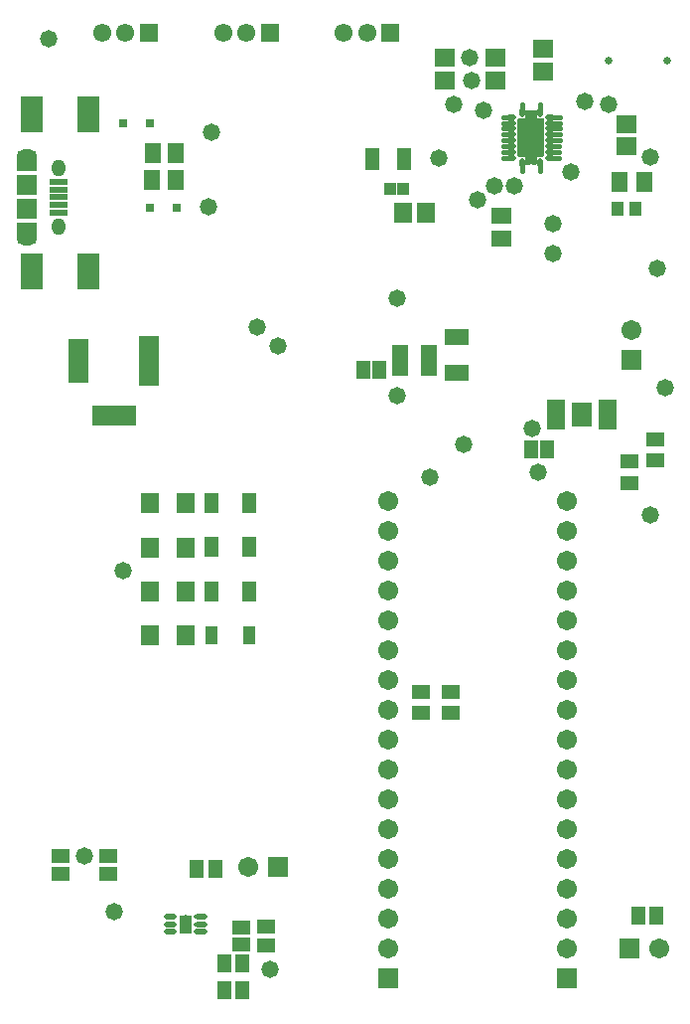
<source format=gts>
G04*
G04 #@! TF.GenerationSoftware,Altium Limited,Altium Designer,19.1.8 (144)*
G04*
G04 Layer_Color=8388736*
%FSTAX44Y44*%
%MOMM*%
G71*
G01*
G75*
%ADD27R,0.8000X0.8000*%
%ADD35R,1.0000X1.5000*%
G04:AMPARAMS|DCode=37|XSize=0.45mm|YSize=0.3mm|CornerRadius=0.0495mm|HoleSize=0mm|Usage=FLASHONLY|Rotation=0.000|XOffset=0mm|YOffset=0mm|HoleType=Round|Shape=RoundedRectangle|*
%AMROUNDEDRECTD37*
21,1,0.4500,0.2010,0,0,0.0*
21,1,0.3510,0.3000,0,0,0.0*
1,1,0.0990,0.1755,-0.1005*
1,1,0.0990,-0.1755,-0.1005*
1,1,0.0990,-0.1755,0.1005*
1,1,0.0990,0.1755,0.1005*
%
%ADD37ROUNDEDRECTD37*%
%ADD44R,1.8832X3.1532*%
%ADD45R,1.6032X1.7032*%
%ADD46R,1.5532X1.2032*%
%ADD47R,2.0032X1.4532*%
%ADD48R,1.7032X1.6032*%
%ADD49R,1.6532X1.4032*%
%ADD50R,1.5532X0.6032*%
%ADD51R,1.7532X1.7032*%
G04:AMPARAMS|DCode=52|XSize=0.4432mm|YSize=0.8032mm|CornerRadius=0.152mm|HoleSize=0mm|Usage=FLASHONLY|Rotation=270.000|XOffset=0mm|YOffset=0mm|HoleType=Round|Shape=RoundedRectangle|*
%AMROUNDEDRECTD52*
21,1,0.4432,0.4992,0,0,270.0*
21,1,0.1392,0.8032,0,0,270.0*
1,1,0.3040,-0.2496,-0.0696*
1,1,0.3040,-0.2496,0.0696*
1,1,0.3040,0.2496,0.0696*
1,1,0.3040,0.2496,-0.0696*
%
%ADD52ROUNDEDRECTD52*%
%ADD53R,1.3032X1.5532*%
%ADD54R,1.4032X0.6532*%
%ADD55R,1.4032X1.6532*%
G04:AMPARAMS|DCode=56|XSize=0.4432mm|YSize=0.8032mm|CornerRadius=0.152mm|HoleSize=0mm|Usage=FLASHONLY|Rotation=180.000|XOffset=0mm|YOffset=0mm|HoleType=Round|Shape=RoundedRectangle|*
%AMROUNDEDRECTD56*
21,1,0.4432,0.4992,0,0,180.0*
21,1,0.1392,0.8032,0,0,180.0*
1,1,0.3040,-0.0696,0.2496*
1,1,0.3040,0.0696,0.2496*
1,1,0.3040,0.0696,-0.2496*
1,1,0.3040,-0.0696,-0.2496*
%
%ADD56ROUNDEDRECTD56*%
G04:AMPARAMS|DCode=57|XSize=0.3mm|YSize=0.3mm|CornerRadius=0.0495mm|HoleSize=0mm|Usage=FLASHONLY|Rotation=270.000|XOffset=0mm|YOffset=0mm|HoleType=Round|Shape=RoundedRectangle|*
%AMROUNDEDRECTD57*
21,1,0.3000,0.2010,0,0,270.0*
21,1,0.2010,0.3000,0,0,270.0*
1,1,0.0990,-0.1005,-0.1005*
1,1,0.0990,-0.1005,0.1005*
1,1,0.0990,0.1005,0.1005*
1,1,0.0990,0.1005,-0.1005*
%
%ADD57ROUNDEDRECTD57*%
%ADD58R,1.0532X1.0532*%
%ADD59R,1.3032X1.9032*%
%ADD60R,1.0032X1.2032*%
%ADD61R,1.4532X1.7032*%
%ADD62R,1.5532X1.7532*%
%ADD63R,1.2032X1.7032*%
%ADD64R,1.1532X1.5532*%
G04:AMPARAMS|DCode=65|XSize=1mm|YSize=1.6mm|CornerRadius=0.05mm|HoleSize=0mm|Usage=FLASHONLY|Rotation=0.000|XOffset=0mm|YOffset=0mm|HoleType=Round|Shape=RoundedRectangle|*
%AMROUNDEDRECTD65*
21,1,1.0000,1.5000,0,0,0.0*
21,1,0.9000,1.6000,0,0,0.0*
1,1,0.1000,0.4500,-0.7500*
1,1,0.1000,-0.4500,-0.7500*
1,1,0.1000,-0.4500,0.7500*
1,1,0.1000,0.4500,0.7500*
%
%ADD65ROUNDEDRECTD65*%
%ADD66R,1.5532X1.1532*%
%ADD67R,1.5532X1.3032*%
%ADD68R,1.6032X0.5032*%
%ADD69R,1.7732X2.0832*%
%ADD70C,0.4432*%
%ADD71C,0.5032*%
%ADD72R,1.7532X1.4032*%
%ADD73R,1.7532X1.4032*%
%ADD74R,1.7032X1.7032*%
%ADD75C,1.7032*%
%ADD76R,1.7032X4.2032*%
%ADD77R,1.7032X3.7032*%
%ADD78R,3.7032X1.7032*%
%ADD79O,1.1532X1.4532*%
%ADD80O,1.7532X1.1032*%
%ADD81R,1.5532X1.5532*%
%ADD82C,1.5532*%
%ADD83C,0.6532*%
%ADD84R,1.7032X1.7032*%
%ADD85C,1.4732*%
%ADD86C,0.7032*%
%ADD87C,0.5000*%
G36*
X00448443Y0080837D02*
X00448573Y00808344D01*
X004487Y00808301D01*
X00448819Y00808242D01*
X0044893Y00808168D01*
X0044903Y00808081D01*
X00449118Y00807981D01*
X00449192Y0080787D01*
X00449251Y0080775D01*
X00449294Y00807624D01*
X00449319Y00807494D01*
X00449328Y00807361D01*
X00449328Y00801128D01*
X0045466D01*
X00454793Y0080112D01*
X00454924Y00801094D01*
X0045505Y00801051D01*
X00455169Y00800992D01*
X0045528Y00800918D01*
X0045538Y0080083D01*
X00455468Y0080073D01*
X00455542Y00800619D01*
X00455601Y008005D01*
X00455644Y00800374D01*
X0045567Y00800243D01*
X00455678Y0080011D01*
Y0076961D01*
X0045567Y00769477D01*
X00455644Y00769346D01*
X00455601Y0076922D01*
X00455542Y00769101D01*
X00455468Y0076899D01*
X0045538Y0076889D01*
X0045528Y00768802D01*
X00455169Y00768728D01*
X0045505Y00768669D01*
X00454924Y00768626D01*
X00454793Y007686D01*
X0045466Y00768592D01*
X00449328D01*
X00449328Y00762361D01*
X00449319Y00762228D01*
X00449294Y00762097D01*
X00449251Y00761971D01*
X00449192Y00761852D01*
X00449118Y00761741D01*
X0044903Y00761641D01*
X0044893Y00761553D01*
X00448819Y00761479D01*
X004487Y0076142D01*
X00448573Y00761377D01*
X00448443Y00761351D01*
X0044831Y00761342D01*
X0044601D01*
X00445877Y00761351D01*
X00445746Y00761377D01*
X0044562Y0076142D01*
X00445501Y00761479D01*
X0044539Y00761553D01*
X0044529Y00761641D01*
X00445202Y00761741D01*
X00445128Y00761852D01*
X00445069Y00761971D01*
X00445027Y00762097D01*
X00445Y00762228D01*
X00444992Y00762361D01*
X00444992Y00764592D01*
X00443828D01*
X00443828Y00762361D01*
X0044382Y00762228D01*
X00443793Y00762097D01*
X00443751Y00761971D01*
X00443692Y00761852D01*
X00443618Y00761741D01*
X0044353Y00761641D01*
X0044343Y00761553D01*
X00443319Y00761479D01*
X004432Y0076142D01*
X00443074Y00761377D01*
X00442943Y00761351D01*
X0044281Y00761343D01*
X0044051D01*
X00440377Y00761351D01*
X00440247Y00761377D01*
X0044012Y0076142D01*
X00440001Y00761479D01*
X0043989Y00761553D01*
X0043979Y00761641D01*
X00439702Y00761741D01*
X00439628Y00761852D01*
X00439569Y00761971D01*
X00439526Y00762097D01*
X00439501Y00762228D01*
X00439492Y00762361D01*
X00439492Y00768592D01*
X0043416D01*
X00434027Y007686D01*
X00433896Y00768626D01*
X0043377Y00768669D01*
X00433651Y00768728D01*
X0043354Y00768802D01*
X0043344Y0076889D01*
X00433352Y0076899D01*
X00433278Y00769101D01*
X00433219Y0076922D01*
X00433176Y00769346D01*
X0043315Y00769477D01*
X00433142Y0076961D01*
Y0080011D01*
X0043315Y00800243D01*
X00433176Y00800374D01*
X00433219Y008005D01*
X00433278Y00800619D01*
X00433352Y0080073D01*
X0043344Y0080083D01*
X0043354Y00800918D01*
X00433651Y00800992D01*
X0043377Y00801051D01*
X00433896Y00801094D01*
X00434027Y0080112D01*
X0043416Y00801128D01*
X00439492D01*
X00439492Y00807361D01*
X00439501Y00807494D01*
X00439526Y00807624D01*
X00439569Y0080775D01*
X00439628Y0080787D01*
X00439702Y00807981D01*
X0043979Y00808081D01*
X0043989Y00808168D01*
X00440001Y00808242D01*
X0044012Y00808301D01*
X00440247Y00808344D01*
X00440377Y0080837D01*
X0044051Y00808379D01*
X0044281D01*
X00442943Y0080837D01*
X00443074Y00808344D01*
X004432Y00808301D01*
X00443319Y00808242D01*
X0044343Y00808168D01*
X0044353Y00808081D01*
X00443618Y00807981D01*
X00443692Y0080787D01*
X00443751Y0080775D01*
X00443793Y00807624D01*
X0044382Y00807494D01*
X00443828Y00807361D01*
X00443828Y00805128D01*
X00444992D01*
X00444992Y00807361D01*
X00445Y00807494D01*
X00445027Y00807624D01*
X00445069Y0080775D01*
X00445128Y0080787D01*
X00445202Y00807981D01*
X0044529Y00808081D01*
X0044539Y00808168D01*
X00445501Y00808242D01*
X0044562Y00808301D01*
X00445746Y00808344D01*
X00445877Y0080837D01*
X0044601Y00808379D01*
X0044831D01*
X00448443Y0080837D01*
D02*
G37*
D27*
X00096654Y00796544D02*
D03*
X00119154D02*
D03*
X00119814Y00724916D02*
D03*
X00142314D02*
D03*
D35*
X0017196Y0036068D02*
D03*
X0020396D02*
D03*
D37*
X0014011Y0012122D02*
D03*
Y0011472D02*
D03*
Y0010822D02*
D03*
X0015961D02*
D03*
Y0011472D02*
D03*
Y0012122D02*
D03*
D44*
X00066854Y00804164D02*
D03*
X00019054D02*
D03*
X00066826Y00671068D02*
D03*
X00019026D02*
D03*
D45*
X0011962Y00473868D02*
D03*
X0014962D02*
D03*
Y0036068D02*
D03*
X0011962D02*
D03*
X0014962Y00397933D02*
D03*
X0011962D02*
D03*
X0014962Y00435187D02*
D03*
X0011962D02*
D03*
D46*
X00550418Y00527668D02*
D03*
Y00509668D02*
D03*
X0035052Y0031264D02*
D03*
Y0029464D02*
D03*
X0037592Y0031264D02*
D03*
Y0029464D02*
D03*
X00528828Y00508872D02*
D03*
Y00490872D02*
D03*
D47*
X00381Y0058419D02*
D03*
Y0061469D02*
D03*
D48*
X0037084Y0083378D02*
D03*
Y0085278D02*
D03*
X0041402Y0083378D02*
D03*
Y0085278D02*
D03*
X00454569Y00841401D02*
D03*
Y00860401D02*
D03*
X00525689Y00796241D02*
D03*
Y00777241D02*
D03*
D49*
X004191Y007185D02*
D03*
Y006985D02*
D03*
D50*
X0004143Y00747106D02*
D03*
Y00740606D02*
D03*
Y00734106D02*
D03*
Y00727606D02*
D03*
Y00721106D02*
D03*
D51*
X0001443Y00744106D02*
D03*
Y00724106D02*
D03*
D52*
X00427909Y0077236D02*
D03*
Y0076736D02*
D03*
Y0080236D02*
D03*
Y0079736D02*
D03*
Y0079236D02*
D03*
Y0078736D02*
D03*
Y0078236D02*
D03*
Y0077736D02*
D03*
X00460909Y0076736D02*
D03*
Y0077236D02*
D03*
Y0077736D02*
D03*
Y0078236D02*
D03*
Y0078736D02*
D03*
Y0079236D02*
D03*
Y0079736D02*
D03*
Y0080236D02*
D03*
D53*
X00315356Y0058674D02*
D03*
X00301356D02*
D03*
X0045847Y00519176D02*
D03*
X0044447D02*
D03*
D54*
X0035774Y0060482D02*
D03*
Y0059832D02*
D03*
Y0059182D02*
D03*
Y0058532D02*
D03*
X0033274D02*
D03*
Y0059182D02*
D03*
Y0059832D02*
D03*
Y0060482D02*
D03*
D55*
X00121572Y00748792D02*
D03*
X00141572D02*
D03*
X00141694Y00771144D02*
D03*
X00121694D02*
D03*
D56*
X0043691Y00763361D02*
D03*
X0045191D02*
D03*
Y00806361D02*
D03*
X0043691D02*
D03*
D57*
X0044441Y0078486D02*
D03*
D58*
X00324105Y00740919D02*
D03*
X00335605D02*
D03*
D59*
X0033608Y00766826D02*
D03*
X0030908D02*
D03*
D60*
X00533189Y00723901D02*
D03*
X00518189D02*
D03*
D61*
X00541269Y00746761D02*
D03*
X00520269D02*
D03*
D62*
X00355095Y00720599D02*
D03*
X00335095D02*
D03*
D63*
X0017196Y00473868D02*
D03*
X0020396D02*
D03*
X0017196Y00398409D02*
D03*
X0020396D02*
D03*
X0017196Y00436139D02*
D03*
X0020396D02*
D03*
D64*
X0055118Y0012192D02*
D03*
X0053568D02*
D03*
X00175136Y00162306D02*
D03*
X00159636D02*
D03*
X0019838Y0005842D02*
D03*
X0018288D02*
D03*
Y0008128D02*
D03*
X0019838D02*
D03*
D65*
X0014986Y0011472D02*
D03*
D66*
X0008382Y0017285D02*
D03*
Y0015735D02*
D03*
X0021844Y00096927D02*
D03*
Y00112427D02*
D03*
X0004318Y0017285D02*
D03*
Y0015735D02*
D03*
D67*
X00197093Y00097677D02*
D03*
Y00111677D02*
D03*
D68*
X0046568Y0055864D02*
D03*
Y0055364D02*
D03*
Y0054864D02*
D03*
Y0054364D02*
D03*
Y0053864D02*
D03*
X0050968D02*
D03*
Y0054364D02*
D03*
Y0054864D02*
D03*
Y0055364D02*
D03*
Y0055864D02*
D03*
D69*
X0048768Y0054864D02*
D03*
D70*
X0045191Y00756258D02*
Y00760921D01*
X0043691Y00756188D02*
Y00763361D01*
X00421202Y0077736D02*
X00427351D01*
X00421202Y0076736D02*
X00427191D01*
X00421202Y0077236D02*
X00427271D01*
X00421132Y0079736D02*
X00427601D01*
X00421132Y0078736D02*
X00427695D01*
X00421132Y0080236D02*
X00427909D01*
X00421132Y0079236D02*
X00426385D01*
X00421132Y0078236D02*
X00427869D01*
X0043691Y00806361D02*
Y00813278D01*
X0045191Y00806629D02*
Y00813278D01*
X00461925Y0080236D02*
X00468884D01*
X00461979Y0079736D02*
X00468884D01*
X00460909Y0078236D02*
X00468807D01*
X00460986Y0079236D02*
X00468884D01*
X00460909Y0078736D02*
X00468807D01*
X00460909Y0076736D02*
X0046835D01*
X00461191Y0077236D02*
X0046835D01*
X00461257Y0077736D02*
X0046835D01*
D71*
X0015961Y0010822D02*
X00165846D01*
X00160014Y0011472D02*
X00165846D01*
X00160418Y0012122D02*
X00165846D01*
X00134128D02*
X00140064D01*
X00134128Y0011472D02*
X00140038D01*
X00134128Y0010822D02*
X0014011D01*
D72*
X0001443Y00763106D02*
D03*
D73*
X0001443Y00705106D02*
D03*
D74*
X00228346Y0016383D02*
D03*
X0052832Y0009398D02*
D03*
D75*
X00202946Y0016383D02*
D03*
X0032258Y00094488D02*
D03*
Y00119888D02*
D03*
X0047498Y0009398D02*
D03*
Y0011938D02*
D03*
X00530098Y00620776D02*
D03*
X0047498Y0014478D02*
D03*
Y0017018D02*
D03*
Y0019558D02*
D03*
Y0022098D02*
D03*
Y0024638D02*
D03*
Y0027178D02*
D03*
Y0029718D02*
D03*
Y0032258D02*
D03*
Y0034798D02*
D03*
Y0037338D02*
D03*
Y0039878D02*
D03*
Y0042418D02*
D03*
Y0044958D02*
D03*
Y0047498D02*
D03*
X0055372Y0009398D02*
D03*
X0032258Y00475488D02*
D03*
Y00450088D02*
D03*
Y00424688D02*
D03*
Y00399288D02*
D03*
Y00373888D02*
D03*
Y00348488D02*
D03*
Y00323088D02*
D03*
Y00297688D02*
D03*
Y00272288D02*
D03*
Y00246888D02*
D03*
Y00221488D02*
D03*
Y00196088D02*
D03*
Y00170688D02*
D03*
Y00145288D02*
D03*
D76*
X00118646Y00594868D02*
D03*
D77*
X00058646D02*
D03*
D78*
X00088646Y00547868D02*
D03*
D79*
X0004143Y00709106D02*
D03*
Y00759106D02*
D03*
D80*
X0001443Y00699106D02*
D03*
Y00769106D02*
D03*
D81*
X0022177Y0087376D02*
D03*
X003248D02*
D03*
X0011874D02*
D03*
D82*
X0020177D02*
D03*
X0018177D02*
D03*
X003048D02*
D03*
X002848D02*
D03*
X0009874D02*
D03*
X0007874D02*
D03*
D83*
X00510324Y00850392D02*
D03*
X00560324D02*
D03*
D84*
X00530098Y00595376D02*
D03*
X0047498Y0006858D02*
D03*
X0032258Y00069088D02*
D03*
D85*
X00478282Y00755142D02*
D03*
X0043053Y00743712D02*
D03*
X00413512Y00743204D02*
D03*
X00386842Y00523494D02*
D03*
X003302Y006477D02*
D03*
Y0056515D02*
D03*
X005461Y0076835D02*
D03*
X00169139Y00725423D02*
D03*
X002286Y00607012D02*
D03*
X00211008Y00623758D02*
D03*
X0055245Y006731D02*
D03*
X005588Y005715D02*
D03*
X005461Y0046355D02*
D03*
X0022225Y000762D02*
D03*
X0039243Y0085278D02*
D03*
X0003302Y0086868D02*
D03*
X00089154Y0012573D02*
D03*
X00096266Y00415798D02*
D03*
X00172212Y00788924D02*
D03*
X00358648Y00495554D02*
D03*
X00445262Y0053721D02*
D03*
X00450342Y00500126D02*
D03*
X0046355Y007112D02*
D03*
Y006858D02*
D03*
X0049022Y0081534D02*
D03*
X0039878Y0073152D02*
D03*
X000635Y0017285D02*
D03*
X003937Y0083312D02*
D03*
X0040386Y0080772D02*
D03*
X0037846Y008128D02*
D03*
X0051054D02*
D03*
X0036576Y0076708D02*
D03*
D86*
X00444409Y00772111D02*
D03*
X00452159Y0078486D02*
D03*
X00444409Y00797611D02*
D03*
X00436659Y0078486D02*
D03*
D87*
X0014986Y0012022D02*
D03*
Y0010922D02*
D03*
M02*

</source>
